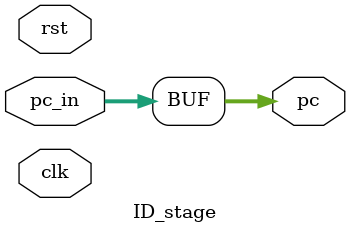
<source format=v>
module ID_stage(
    input clk, rst,
    input[31:0] pc_in,
    output[31:0] pc
);

assign pc = pc_in;


endmodule
</source>
